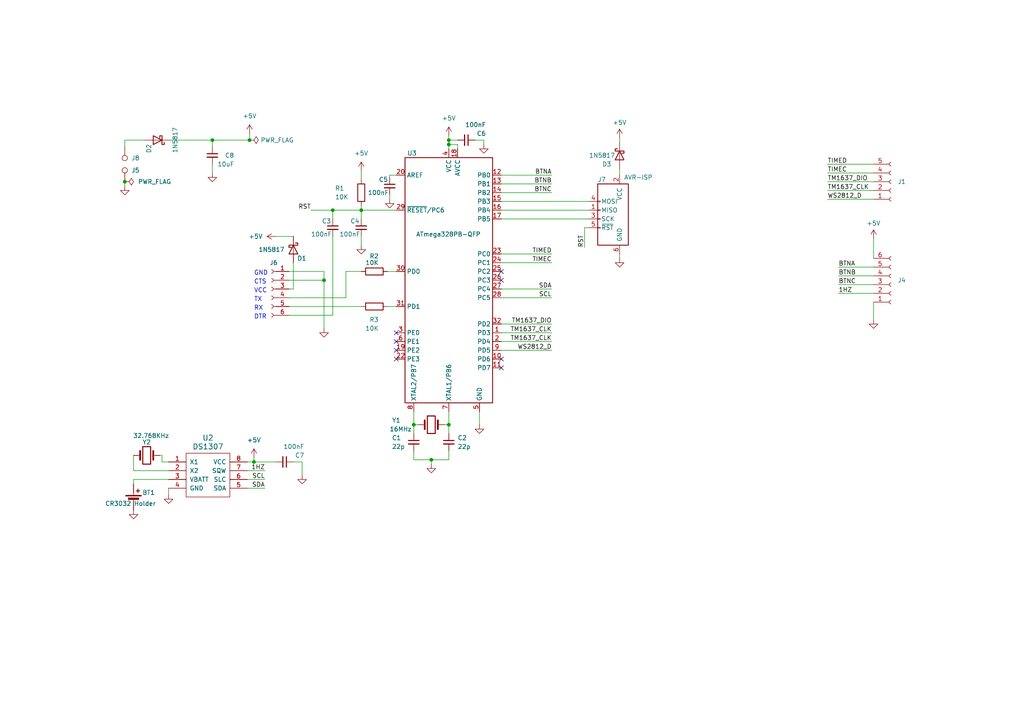
<source format=kicad_sch>
(kicad_sch (version 20230121) (generator eeschema)
  (paper "A4")
  (lib_symbols
    (symbol "ClockIt:1N5817" (pin_numbers hide) (pin_names (offset 1.016) hide)
      (property "Reference" "D" (at 0 2.54 0))
      (property "Value" "1N5817" (at 0 -2.54 0))
      (symbol "1N5817_0_1"
        (polyline (pts (xy 1.27 0) (xy -1.27 0)))
        (polyline (pts (xy 1.27 1.27) (xy 1.27 -1.27) (xy -1.27 0) (xy 1.27 1.27)) (stroke (width 0.254)))
        (polyline (pts (xy -1.905 0.635) (xy -1.905 1.27) (xy -1.27 1.27) (xy -1.27 -1.27) (xy -0.635 -1.27) (xy -0.635 -0.635)) (stroke (width 0.254)))
      )
      (symbol "1N5817_1_1"
        (pin passive line (at -3.81 0 0) (length 2.54) (name "K") (number "1"))
        (pin passive line (at 3.81 0 180) (length 2.54) (name "A") (number "2"))
      )
    )
    (symbol "ClockIt:ATmega328PB-QFP"
      (property "Reference" "U3" (at 2.1941 -38.1 0))
      (property "Value" "ATmega328PB-QFP" (at 2.1941 -40.64 0))
      (symbol "ATmega328PB-QFP_1_1"
        (rectangle (start -12.7 35.56) (end 12.7 -35.56) (stroke (width 0.254)))
        (pin bidirectional line (at 15.24 -15.24 180) (length 2.54) (name "PD3") (number "1"))
        (pin bidirectional line (at 15.24 -22.86 180) (length 2.54) (name "PD6") (number "10"))
        (pin bidirectional line (at 15.24 -25.4 180) (length 2.54) (name "PD7") (number "11"))
        (pin bidirectional line (at 15.24 30.48 180) (length 2.54) (name "PB0") (number "12"))
        (pin bidirectional line (at 15.24 27.94 180) (length 2.54) (name "PB1") (number "13"))
        (pin bidirectional line (at 15.24 25.4 180) (length 2.54) (name "PB2") (number "14"))
        (pin bidirectional line (at 15.24 22.86 180) (length 2.54) (name "PB3") (number "15"))
        (pin bidirectional line (at 15.24 20.32 180) (length 2.54) (name "PB4") (number "16"))
        (pin bidirectional line (at 15.24 17.78 180) (length 2.54) (name "PB5") (number "17"))
        (pin power_in line (at 2.54 38.1 270) (length 2.54) (name "AVCC") (number "18"))
        (pin bidirectional line (at -15.24 -20.32 0) (length 2.54) (name "PE2") (number "19"))
        (pin bidirectional line (at 15.24 -17.78 180) (length 2.54) (name "PD4") (number "2"))
        (pin passive line (at -15.24 30.48 0) (length 2.54) (name "AREF") (number "20"))
        (pin passive line (at 8.89 -38.1 90) (length 2.54) hide (name "GND") (number "21"))
        (pin bidirectional line (at -15.24 -22.86 0) (length 2.54) (name "PE3") (number "22"))
        (pin bidirectional line (at 15.24 7.62 180) (length 2.54) (name "PC0") (number "23"))
        (pin bidirectional line (at 15.24 5.08 180) (length 2.54) (name "PC1") (number "24"))
        (pin bidirectional line (at 15.24 2.54 180) (length 2.54) (name "PC2") (number "25"))
        (pin bidirectional line (at 15.24 0 180) (length 2.54) (name "PC3") (number "26"))
        (pin bidirectional line (at 15.24 -2.54 180) (length 2.54) (name "PC4") (number "27"))
        (pin bidirectional line (at 15.24 -5.08 180) (length 2.54) (name "PC5") (number "28"))
        (pin bidirectional line (at -15.24 20.32 0) (length 2.54) (name "~{RESET}/PC6") (number "29"))
        (pin bidirectional line (at -15.24 -15.24 0) (length 2.54) (name "PE0") (number "3"))
        (pin bidirectional line (at -15.24 2.54 0) (length 2.54) (name "PD0") (number "30"))
        (pin bidirectional line (at -15.24 -7.62 0) (length 2.54) (name "PD1") (number "31"))
        (pin bidirectional line (at 15.24 -12.7 180) (length 2.54) (name "PD2") (number "32"))
        (pin power_in line (at 0 38.1 270) (length 2.54) (name "VCC") (number "4"))
        (pin power_in line (at 8.89 -38.1 90) (length 2.54) (name "GND") (number "5"))
        (pin bidirectional line (at -15.24 -17.78 0) (length 2.54) (name "PE1") (number "6"))
        (pin bidirectional line (at 0 -38.1 90) (length 2.54) (name "XTAL1/PB6") (number "7"))
        (pin bidirectional line (at -10.16 -38.1 90) (length 2.54) (name "XTAL2/PB7") (number "8"))
        (pin bidirectional line (at 15.24 -20.32 180) (length 2.54) (name "PD5") (number "9"))
      )
    )
    (symbol "ClockIt:AVR-ISP-6" (pin_names (offset 1.016))
      (property "Reference" "J2" (at 7.62 11.43 0))
      (symbol "AVR-ISP-6_0_1"
        (rectangle (start 7.62 -2.413) (end 6.858 -2.667))
        (rectangle (start 7.62 0.127) (end 6.858 -0.127))
        (rectangle (start 7.62 2.667) (end 6.858 2.413))
        (rectangle (start 7.62 5.207) (end 6.858 4.953))
      )
      (symbol "AVR-ISP-6_1_1"
        (rectangle (start -1.27 10.16) (end 7.62 -7.62) (stroke (width 0.254)))
        (pin passive line (at 10.16 2.54 180) (length 2.54) (name "MISO") (number "1"))
        (pin passive line (at 1.27 12.7 270) (length 2.54) (name "VCC") (number "2"))
        (pin passive line (at 10.16 0 180) (length 2.54) (name "SCK") (number "3"))
        (pin passive line (at 10.16 5.08 180) (length 2.54) (name "MOSI") (number "4"))
        (pin passive line (at 10.16 -2.54 180) (length 2.54) (name "~{RST}") (number "5"))
        (pin passive line (at 1.27 -10.16 90) (length 2.54) (name "GND") (number "6"))
      )
    )
    (symbol "ClockIt:Battery_Cell" (pin_numbers hide) (pin_names (offset 0) hide)
      (property "Reference" "BT" (at 2.54 2.54 0))
      (property "Value" "Battery_Cell" (at 2.54 0 0))
      (symbol "Battery_Cell_0_1"
        (rectangle (start -2.286 1.778) (end 2.286 1.524) (fill (type outline)))
        (rectangle (start -1.524 1.016) (end 1.524 0.508) (fill (type outline)))
        (polyline (pts (xy 0 0.762) (xy 0 0)))
        (polyline (pts (xy 0 1.778) (xy 0 2.54)))
        (polyline (pts (xy 0.762 3.048) (xy 1.778 3.048)) (stroke (width 0.254)))
        (polyline (pts (xy 1.27 3.556) (xy 1.27 2.54)) (stroke (width 0.254)))
      )
      (symbol "Battery_Cell_1_1"
        (pin passive line (at 0 5.08 270) (length 2.54) (name "+") (number "1"))
        (pin passive line (at 0 -2.54 90) (length 2.54) (name "-") (number "2"))
      )
    )
    (symbol "ClockIt:C_Small" (pin_numbers hide) (pin_names (offset 0.254) hide)
      (property "Reference" "C" (at 0.254 1.778 0))
      (property "Value" "C_Small" (at 0.254 -2.032 0))
      (symbol "C_Small_0_1"
        (polyline (pts (xy -1.524 -0.508) (xy 1.524 -0.508)) (stroke (width 0.3302)))
        (polyline (pts (xy -1.524 0.508) (xy 1.524 0.508)) (stroke (width 0.3048)))
      )
      (symbol "C_Small_1_1"
        (pin passive line (at 0 2.54 270) (length 2.032) (name "~") (number "1"))
        (pin passive line (at 0 -2.54 90) (length 2.032) (name "~") (number "2"))
      )
    )
    (symbol "ClockIt:Conn_01x05_Socket_1" (pin_names (offset 1.016) hide)
      (property "Reference" "J1" (at -0.635 -10.16 0))
      (symbol "Conn_01x05_Socket_1_1_1"
        (arc (start 0 -7.112) (mid -0.5058 -7.62) (end 0 -8.128) (stroke (width 0.1524)))
        (arc (start 0 -4.572) (mid -0.5058 -5.08) (end 0 -5.588) (stroke (width 0.1524)))
        (arc (start 0 -2.032) (mid -0.5058 -2.54) (end 0 -3.048) (stroke (width 0.1524)))
        (polyline (pts (xy -1.27 -7.62) (xy -0.508 -7.62)) (stroke (width 0.1524)))
        (polyline (pts (xy -1.27 -5.08) (xy -0.508 -5.08)) (stroke (width 0.1524)))
        (polyline (pts (xy -1.27 -2.54) (xy -0.508 -2.54)) (stroke (width 0.1524)))
        (polyline (pts (xy -1.27 0) (xy -0.508 0)) (stroke (width 0.1524)))
        (polyline (pts (xy -1.27 2.54) (xy -0.508 2.54)) (stroke (width 0.1524)))
        (arc (start 0 0.508) (mid -0.5058 0) (end 0 -0.508) (stroke (width 0.1524)))
        (arc (start 0 3.048) (mid -0.5058 2.54) (end 0 2.032) (stroke (width 0.1524)))
        (pin passive line (at -5.08 -7.62 0) (length 3.81) (name "Pin_1") (number "1"))
        (pin passive line (at -5.08 -5.08 0) (length 3.81) (name "Pin_2") (number "2"))
        (pin passive line (at -5.08 -2.54 0) (length 3.81) (name "Pin_3") (number "3"))
        (pin passive line (at -5.08 0 0) (length 3.81) (name "Pin_4") (number "4"))
        (pin passive line (at -5.08 2.54 0) (length 3.81) (name "Pin_5") (number "5"))
      )
    )
    (symbol "ClockIt:Conn_01x06_Socket" (pin_names (offset 1.016) hide)
      (property "Reference" "J1" (at -0.635 -10.16 0))
      (symbol "Conn_01x06_Socket_1_1"
        (arc (start 0 -7.112) (mid -0.5058 -7.62) (end 0 -8.128) (stroke (width 0.1524)))
        (arc (start 0 -4.572) (mid -0.5058 -5.08) (end 0 -5.588) (stroke (width 0.1524)))
        (arc (start 0 -2.032) (mid -0.5058 -2.54) (end 0 -3.048) (stroke (width 0.1524)))
        (polyline (pts (xy -1.27 -7.62) (xy -0.508 -7.62)) (stroke (width 0.1524)))
        (polyline (pts (xy -1.27 -5.08) (xy -0.508 -5.08)) (stroke (width 0.1524)))
        (polyline (pts (xy -1.27 -2.54) (xy -0.508 -2.54)) (stroke (width 0.1524)))
        (polyline (pts (xy -1.27 0) (xy -0.508 0)) (stroke (width 0.1524)))
        (polyline (pts (xy -1.27 2.54) (xy -0.508 2.54)) (stroke (width 0.1524)))
        (polyline (pts (xy -1.27 5.08) (xy -0.508 5.08)) (stroke (width 0.1524)))
        (arc (start 0 0.508) (mid -0.5058 0) (end 0 -0.508) (stroke (width 0.1524)))
        (arc (start 0 3.048) (mid -0.5058 2.54) (end 0 2.032) (stroke (width 0.1524)))
        (arc (start 0 5.588) (mid -0.5058 5.08) (end 0 4.572) (stroke (width 0.1524)))
        (pin passive line (at -5.08 -7.62 0) (length 3.81) (name "Pin_1") (number "1"))
        (pin passive line (at -5.08 -5.08 0) (length 3.81) (name "Pin_2") (number "2"))
        (pin passive line (at -5.08 -2.54 0) (length 3.81) (name "Pin_3") (number "3"))
        (pin passive line (at -5.08 0 0) (length 3.81) (name "Pin_4") (number "4"))
        (pin passive line (at -5.08 2.54 0) (length 3.81) (name "Pin_5") (number "5"))
        (pin passive line (at -5.08 5.08 0) (length 3.81) (name "Pin_6") (number "6"))
      )
    )
    (symbol "ClockIt:Crystal" (pin_numbers hide) (pin_names (offset 1.016) hide)
      (property "Reference" "Y" (at 0 3.81 0))
      (property "Value" "Crystal" (at 0 -3.81 0))
      (symbol "Crystal_0_1"
        (rectangle (start -1.143 2.54) (end 1.143 -2.54) (stroke (width 0.3048)))
        (polyline (pts (xy -2.54 0) (xy -1.905 0)))
        (polyline (pts (xy -1.905 -1.27) (xy -1.905 1.27)) (stroke (width 0.508)))
        (polyline (pts (xy 1.905 -1.27) (xy 1.905 1.27)) (stroke (width 0.508)))
        (polyline (pts (xy 2.54 0) (xy 1.905 0)))
      )
      (symbol "Crystal_1_1"
        (pin passive line (at -3.81 0 0) (length 1.27) (name "1") (number "1"))
        (pin passive line (at 3.81 0 180) (length 1.27) (name "2") (number "2"))
      )
    )
    (symbol "ClockIt:DS1307" (pin_names (offset 1.016))
      (property "Reference" "U1" (at 0 10.795 0))
      (property "Value" "DS1307" (at 0 8.255 0))
      (symbol "DS1307_0_1"
        (polyline (pts (xy -6.35 6.35) (xy -6.35 -6.35) (xy 6.35 -6.35) (xy 6.35 6.35) (xy -6.35 6.35)))
      )
      (symbol "DS1307_1_1"
        (pin input line (at -11.43 3.81 0) (length 5.08) (name "X1") (number "1"))
        (pin input line (at -11.43 1.27 0) (length 5.08) (name "X2") (number "2"))
        (pin input line (at -11.43 -1.27 0) (length 5.08) (name "VBATT") (number "3"))
        (pin input line (at -11.43 -3.81 0) (length 5.08) (name "GND") (number "4"))
        (pin input line (at 11.43 -3.81 180) (length 5.08) (name "SDA") (number "5"))
        (pin input line (at 11.43 -1.27 180) (length 5.08) (name "SLC") (number "6"))
        (pin input line (at 11.43 1.27 180) (length 5.08) (name "SQW") (number "7"))
        (pin input line (at 11.43 3.81 180) (length 5.08) (name "VCC") (number "8"))
      )
    )
    (symbol "ClockIt:PowerPad" (pin_numbers hide) (pin_names (offset 0.762) hide)
      (property "Reference" "J" (at 0 6.858 0))
      (property "Value" "PowerPad" (at 0 5.08 0))
      (symbol "PowerPad_0_1"
        (circle (center 0 3.302) (radius 0.762))
      )
      (symbol "PowerPad_1_1"
        (pin passive line (at 0 0 90) (length 2.54) (name "1") (number "1"))
      )
    )
    (symbol "Device:R" (pin_numbers hide) (pin_names (offset 0))
      (property "Reference" "R" (at 2.032 0 90))
      (property "Value" "R" (at 0 0 90))
      (symbol "R_0_1"
        (rectangle (start -1.016 -2.54) (end 1.016 2.54) (stroke (width 0.254)))
      )
      (symbol "R_1_1"
        (pin passive line (at 0 3.81 270) (length 1.27) (name "~") (number "1"))
        (pin passive line (at 0 -3.81 90) (length 1.27) (name "~") (number "2"))
      )
    )
    (symbol "power:+5V" (power) (pin_names (offset 0))
      (property "Value" "+5V" (at 0 3.556 0))
      (symbol "+5V_0_1"
        (polyline (pts (xy -0.762 1.27) (xy 0 2.54)))
        (polyline (pts (xy 0 0) (xy 0 2.54)))
        (polyline (pts (xy 0 2.54) (xy 0.762 1.27)))
      )
      (symbol "+5V_1_1"
        (pin power_in line (at 0 0 90) (length 0) hide (name "+5V") (number "1"))
      )
    )
    (symbol "power:GND" (power) (pin_names (offset 0))
      (property "Value" "GND" (at 0 -3.81 0))
      (symbol "GND_0_1"
        (polyline (pts (xy 0 0) (xy 0 -1.27) (xy 1.27 -1.27) (xy 0 -2.54) (xy -1.27 -1.27) (xy 0 -1.27)))
      )
      (symbol "GND_1_1"
        (pin power_in line (at 0 0 270) (length 0) hide (name "GND") (number "1"))
      )
    )
    (symbol "power:PWR_FLAG" (power) (pin_numbers hide) (pin_names (offset 0) hide)
      (property "Value" "PWR_FLAG" (at 0 3.81 0))
      (symbol "PWR_FLAG_0_0"
        (pin power_out line (at 0 0 90) (length 0) (name "pwr") (number "1"))
      )
      (symbol "PWR_FLAG_0_1"
        (polyline (pts (xy 0 0) (xy 0 1.27) (xy -1.016 1.905) (xy 0 2.54) (xy 1.016 1.905) (xy 0 1.27)))
      )
    )
  )
  (junction (at 96.52 60.96))
  (junction (at 120.015 123.19))
  (junction (at 130.175 40.64))
  (junction (at 61.595 40.64))
  (junction (at 130.175 123.19))
  (junction (at 73.66 133.985))
  (junction (at 36.195 52.705))
  (junction (at 93.98 81.28))
  (junction (at 125.095 133.35))
  (junction (at 72.39 40.64))
  (junction (at 104.775 60.96))
  (junction (at 130.175 41.91))
  (no_connect (at 114.935 104.14))
  (no_connect (at 114.935 96.52))
  (no_connect (at 114.935 99.06))
  (no_connect (at 114.935 101.6))
  (no_connect (at 145.415 106.68))
  (no_connect (at 145.415 78.74))
  (no_connect (at 145.415 104.14))
  (no_connect (at 145.415 81.28))
  (wire (pts (xy 36.195 42.545) (xy 36.195 40.64)))
  (wire (pts (xy 49.53 40.64) (xy 61.595 40.64)))
  (wire (pts (xy 83.82 81.28) (xy 93.98 81.28)))
  (wire (pts (xy 130.175 40.64) (xy 132.715 40.64)))
  (wire (pts (xy 83.82 88.9) (xy 104.775 88.9)))
  (wire (pts (xy 132.715 41.91) (xy 130.175 41.91)))
  (wire (pts (xy 120.015 123.19) (xy 121.285 123.19)))
  (wire (pts (xy 61.595 40.64) (xy 61.595 42.545)))
  (wire (pts (xy 114.935 50.8) (xy 113.03 50.8)))
  (wire (pts (xy 130.175 123.19) (xy 130.175 125.73)))
  (wire (pts (xy 160.02 76.2) (xy 145.415 76.2)))
  (wire (pts (xy 130.175 39.37) (xy 130.175 40.64)))
  (wire (pts (xy 90.17 60.96) (xy 96.52 60.96)))
  (wire (pts (xy 145.415 101.6) (xy 160.02 101.6)))
  (wire (pts (xy 100.33 78.74) (xy 104.775 78.74)))
  (wire (pts (xy 253.365 69.215) (xy 253.365 74.93)))
  (wire (pts (xy 120.015 133.35) (xy 125.095 133.35)))
  (wire (pts (xy 145.415 58.42) (xy 170.815 58.42)))
  (wire (pts (xy 61.595 47.625) (xy 61.595 50.165)))
  (wire (pts (xy 83.82 78.74) (xy 93.98 78.74)))
  (wire (pts (xy 160.02 73.66) (xy 145.415 73.66)))
  (wire (pts (xy 85.09 83.82) (xy 83.82 83.82)))
  (wire (pts (xy 130.175 41.91) (xy 130.175 43.18)))
  (wire (pts (xy 120.015 119.38) (xy 120.015 123.19)))
  (wire (pts (xy 140.335 40.64) (xy 140.335 41.91)))
  (wire (pts (xy 139.065 119.38) (xy 139.065 123.19)))
  (wire (pts (xy 48.895 139.065) (xy 38.735 139.065)))
  (wire (pts (xy 46.355 132.08) (xy 46.99 132.08)))
  (wire (pts (xy 145.415 83.82) (xy 160.02 83.82)))
  (wire (pts (xy 85.09 133.985) (xy 87.63 133.985)))
  (wire (pts (xy 145.415 53.34) (xy 160.02 53.34)))
  (wire (pts (xy 61.595 40.64) (xy 72.39 40.64)))
  (wire (pts (xy 38.735 139.065) (xy 38.735 140.335)))
  (wire (pts (xy 128.905 123.19) (xy 130.175 123.19)))
  (wire (pts (xy 125.095 133.35) (xy 125.095 134.62)))
  (wire (pts (xy 253.365 55.245) (xy 240.03 55.245)))
  (wire (pts (xy 73.66 133.985) (xy 80.01 133.985)))
  (wire (pts (xy 36.195 52.705) (xy 36.195 53.975)))
  (wire (pts (xy 145.415 55.88) (xy 160.02 55.88)))
  (wire (pts (xy 112.395 78.74) (xy 114.935 78.74)))
  (wire (pts (xy 85.09 83.82) (xy 85.09 76.2)))
  (wire (pts (xy 104.775 49.53) (xy 104.775 52.07)))
  (wire (pts (xy 112.395 88.9) (xy 114.935 88.9)))
  (wire (pts (xy 71.755 133.985) (xy 73.66 133.985)))
  (wire (pts (xy 169.545 71.755) (xy 169.545 66.04)))
  (wire (pts (xy 48.895 141.605) (xy 48.895 143.51)))
  (wire (pts (xy 145.415 86.36) (xy 160.02 86.36)))
  (wire (pts (xy 96.52 63.5) (xy 96.52 60.96)))
  (wire (pts (xy 132.715 43.18) (xy 132.715 41.91)))
  (wire (pts (xy 253.365 85.09) (xy 243.205 85.09)))
  (wire (pts (xy 93.98 81.28) (xy 93.98 95.25)))
  (wire (pts (xy 130.175 40.64) (xy 130.175 41.91)))
  (wire (pts (xy 145.415 96.52) (xy 160.02 96.52)))
  (wire (pts (xy 253.365 77.47) (xy 243.205 77.47)))
  (wire (pts (xy 83.82 91.44) (xy 96.52 91.44)))
  (wire (pts (xy 253.365 57.785) (xy 240.03 57.785)))
  (wire (pts (xy 83.82 86.36) (xy 100.33 86.36)))
  (wire (pts (xy 93.98 78.74) (xy 93.98 81.28)))
  (wire (pts (xy 87.63 133.985) (xy 87.63 137.795)))
  (wire (pts (xy 96.52 68.58) (xy 96.52 91.44)))
  (wire (pts (xy 80.01 68.58) (xy 85.09 68.58)))
  (wire (pts (xy 145.415 60.96) (xy 170.815 60.96)))
  (wire (pts (xy 104.775 60.96) (xy 114.935 60.96)))
  (wire (pts (xy 120.015 123.19) (xy 120.015 125.73)))
  (wire (pts (xy 120.015 133.35) (xy 120.015 130.81)))
  (wire (pts (xy 72.39 38.735) (xy 72.39 40.64)))
  (wire (pts (xy 137.795 40.64) (xy 140.335 40.64)))
  (wire (pts (xy 46.99 133.985) (xy 48.895 133.985)))
  (wire (pts (xy 145.415 63.5) (xy 170.815 63.5)))
  (wire (pts (xy 96.52 60.96) (xy 104.775 60.96)))
  (wire (pts (xy 169.545 66.04) (xy 170.815 66.04)))
  (wire (pts (xy 240.03 47.625) (xy 253.365 47.625)))
  (wire (pts (xy 76.835 139.065) (xy 71.755 139.065)))
  (wire (pts (xy 253.365 52.705) (xy 240.03 52.705)))
  (wire (pts (xy 145.415 50.8) (xy 160.02 50.8)))
  (wire (pts (xy 179.705 48.895) (xy 179.705 50.8)))
  (wire (pts (xy 36.195 40.64) (xy 41.91 40.64)))
  (wire (pts (xy 253.365 87.63) (xy 253.365 92.71)))
  (wire (pts (xy 73.66 133.985) (xy 73.66 132.715)))
  (wire (pts (xy 253.365 82.55) (xy 243.205 82.55)))
  (wire (pts (xy 100.33 86.36) (xy 100.33 78.74)))
  (wire (pts (xy 145.415 93.98) (xy 160.02 93.98)))
  (wire (pts (xy 104.775 59.69) (xy 104.775 60.96)))
  (wire (pts (xy 253.365 80.01) (xy 243.205 80.01)))
  (wire (pts (xy 76.835 136.525) (xy 71.755 136.525)))
  (wire (pts (xy 240.03 50.165) (xy 253.365 50.165)))
  (wire (pts (xy 46.99 132.08) (xy 46.99 133.985)))
  (wire (pts (xy 179.705 40.005) (xy 179.705 41.275)))
  (wire (pts (xy 113.03 50.8) (xy 113.03 51.435)))
  (wire (pts (xy 145.415 99.06) (xy 160.02 99.06)))
  (wire (pts (xy 38.735 136.525) (xy 38.735 132.08)))
  (wire (pts (xy 104.775 68.58) (xy 104.775 71.12)))
  (wire (pts (xy 125.095 133.35) (xy 130.175 133.35)))
  (wire (pts (xy 130.175 119.38) (xy 130.175 123.19)))
  (wire (pts (xy 113.03 56.515) (xy 113.03 57.785)))
  (wire (pts (xy 104.775 63.5) (xy 104.775 60.96)))
  (wire (pts (xy 130.175 133.35) (xy 130.175 130.81)))
  (wire (pts (xy 76.835 141.605) (xy 71.755 141.605)))
  (wire (pts (xy 48.895 136.525) (xy 38.735 136.525)))
  (wire (pts (xy 179.705 73.66) (xy 179.705 74.93)))
  (text "RX" (at 73.66 90.17 0) (effects (font (size 1.27 1.27)) (justify left bottom)))
  (text "DTR" (at 73.66 92.71 0) (effects (font (size 1.27 1.27)) (justify left bottom)))
  (text "GND" (at 73.66 80.01 0) (effects (font (size 1.27 1.27)) (justify left bottom)))
  (text "VCC" (at 73.66 85.09 0) (effects (font (size 1.27 1.27)) (justify left bottom)))
  (text "TX" (at 73.66 87.63 0) (effects (font (size 1.27 1.27)) (justify left bottom)))
  (text "CTS" (at 73.66 82.55 0) (effects (font (size 1.27 1.27)) (justify left bottom)))
  (label "TM1637_CLK" (at 160.02 96.52 180))
  (label "TIMED" (at 160.02 73.66 180))
  (label "TIMED" (at 240.03 47.625 0))
  (label "RST" (at 90.17 60.96 180))
  (label "TM1637_DIO" (at 240.03 52.705 0))
  (label "TM1637_CLK" (at 160.02 99.06 180))
  (label "RST" (at 169.545 71.755 90))
  (label "TM1637_CLK" (at 240.03 55.245 0))
  (label "SDA" (at 76.835 141.605 180))
  (label "BTNC" (at 243.205 82.55 0))
  (label "SDA" (at 160.02 83.82 180))
  (label "TIMEC" (at 160.02 76.2 180))
  (label "BTNA" (at 160.02 50.8 180))
  (label "SCL" (at 160.02 86.36 180))
  (label "TIMEC" (at 240.03 50.165 0))
  (label "TM1637_DIO" (at 160.02 93.98 180))
  (label "BTNB" (at 160.02 53.34 180))
  (label "1HZ" (at 76.835 136.525 180))
  (label "1HZ" (at 243.205 85.09 0))
  (label "BTNB" (at 243.205 80.01 0))
  (label "WS2812_D" (at 240.03 57.785 0))
  (label "WS2812_D" (at 160.02 101.6 180))
  (label "SCL" (at 76.835 139.065 180))
  (label "BTNA" (at 243.205 77.47 0))
  (label "BTNC" (at 160.02 55.88 180))
  (symbol (lib_id "power:GND") (at 36.195 53.975 0) (unit 1)
    (property "Reference" "#PWR017" (effects hide))
    (property "Value" "GND" (effects hide))
  )
  (symbol (lib_id "power:+5V") (at 72.39 38.735 0) (unit 1)
    (property "Reference" "#PWR018" (effects hide))
    (property "Value" "+5V" (at 72.39 33.655 0))
  )
  (symbol (lib_id "power:+5V") (at 80.01 68.58 90) (unit 1)
    (property "Reference" "#PWR05" (effects hide))
    (property "Value" "+5V" (at 76.2 68.58 90) (effects (justify left)))
  )
  (symbol (lib_id "power:GND") (at 104.775 71.12 0) (unit 1)
    (property "Reference" "#PWR08" (effects hide))
    (property "Value" "GND" (effects hide))
  )
  (symbol (lib_id "ClockIt:Battery_Cell") (at 38.735 145.415 0) (unit 1)
    (property "Reference" "BT1" (at 41.275 142.875 0) (effects (justify left)))
    (property "Value" "CR3032 Holder" (at 30.48 146.05 0) (effects (justify left)))
    (property "Footprint" "ClockIt:CR2032 Holder" (effects hide))
    (property "Buy" "https://www.aliexpress.com/item/1005004660807727.html?spm=a2g0o.productlist.main.3.5246HApeHApeWB&algo_pvid=0ba51ece-a9bb-4de8-be75-c1e5337e6a1c&algo_exp_id=0ba51ece-a9bb-4de8-be75-c1e5337e6a1c-1&pdp_npi=4%40dis%21EUR%211.70%211.7%21%21%211.76%21%21%40211b600216970418084195939eaba4%2112000030016612364%21sea%21PL%212225465097%21&curPageLogUid=ohHIYwya9AUz" (effects hide))
    (property "Price" "0.170" (effects hide))
  )
  (symbol (lib_id "ClockIt:PowerPad") (at 36.195 52.705 0) (unit 1)
    (property "Reference" "J5" (at 38.1 49.403 0) (effects (justify left)))
    (property "Value" "PowerPad" (effects hide))
    (property "Footprint" "ClockIt:Power Pin" (effects hide))
  )
  (symbol (lib_id "power:+5V") (at 104.775 49.53 0) (unit 1)
    (property "Reference" "#PWR07" (effects hide))
    (property "Value" "+5V" (at 104.775 44.45 0))
  )
  (symbol (lib_id "power:PWR_FLAG") (at 36.195 52.705 270) (unit 1)
    (property "Reference" "#FLG02" (effects hide))
    (property "Value" "PWR_FLAG" (at 40.005 52.705 90) (effects (justify left)))
  )
  (symbol (lib_id "power:GND") (at 139.065 123.19 0) (unit 1)
    (property "Reference" "#PWR04" (effects hide))
    (property "Value" "GND" (effects hide))
  )
  (symbol (lib_id "power:GND") (at 93.98 95.25 0) (unit 1)
    (property "Reference" "#PWR06" (effects hide))
    (property "Value" "GND" (effects hide))
  )
  (symbol (lib_id "power:GND") (at 87.63 137.795 0) (unit 1)
    (property "Reference" "#PWR019" (effects hide))
    (property "Value" "GND" (effects hide))
  )
  (symbol (lib_id "power:GND") (at 61.595 50.165 0) (unit 1)
    (property "Reference" "#PWR020" (effects hide))
    (property "Value" "GND" (effects hide))
  )
  (symbol (lib_id "power:GND") (at 140.335 41.91 0) (unit 1)
    (property "Reference" "#PWR013" (effects hide))
    (property "Value" "GND" (effects hide))
  )
  (symbol (lib_id "ClockIt:Conn_01x06_Socket") (at 258.445 80.01 0) (unit 1)
    (property "Reference" "J4" (at 260.35 81.28 0) (effects (justify left)))
    (property "Value" "Pin 1x6" (effects hide))
    (property "Footprint" "ClockIt:PIN 1x06" (effects hide))
  )
  (symbol (lib_id "power:+5V") (at 130.175 39.37 0) (unit 1)
    (property "Reference" "#PWR012" (effects hide))
    (property "Value" "+5V" (at 130.175 34.29 0))
  )
  (symbol (lib_id "ClockIt:ATmega328PB-QFP") (at 130.175 81.28 0) (unit 1)
    (property "Reference" "U3" (at 118.11 44.45 0) (effects (justify left)))
    (property "Value" "ATmega328PB-QFP" (at 120.65 67.945 0) (effects (justify left)))
    (property "Footprint" "ClockIt:TQFP-32" (effects hide))
    (property "Datasheet" "http://ww1.microchip.com/downloads/en/DeviceDoc/40001906C.pdf" (effects hide))
  )
  (symbol (lib_id "power:GND") (at 48.895 143.51 0) (unit 1)
    (property "Reference" "#PWR015" (effects hide))
    (property "Value" "GND" (effects hide))
  )
  (symbol (lib_id "ClockIt:C_Small") (at 104.775 66.04 0) (unit 1)
    (property "Reference" "C4" (at 101.6 64.135 0) (effects (justify left)))
    (property "Value" "100nF" (at 98.425 67.945 0) (effects (justify left)))
    (property "Footprint" "ClockIt:C_0805" (effects hide))
    (property "Buy" "https://www.aliexpress.com/item/1005003580268418.html?spm=a2g0o.order_list.order_list_main.126.286e1802OXD0oC" (effects hide))
    (property "Price" "0.017" (effects hide))
  )
  (symbol (lib_id "power:+5V") (at 179.705 40.005 0) (mirror y) (unit 1)
    (property "Reference" "#PWR010" (effects hide))
    (property "Value" "+5V" (at 179.705 35.56 0))
  )
  (symbol (lib_id "power:GND") (at 113.03 57.785 0) (unit 1)
    (property "Reference" "#PWR09" (effects hide))
    (property "Value" "GND" (effects hide))
  )
  (symbol (lib_id "ClockIt:DS1307") (at 60.325 137.795 0) (unit 1)
    (property "Reference" "U2" (at 60.325 127 0) (effects (font (size 1.524 1.524))))
    (property "Value" "DS1307" (at 60.325 129.54 0) (effects (font (size 1.524 1.524))))
    (property "Footprint" "ClockIt:SOIC-8" (effects hide))
  )
  (symbol (lib_id "ClockIt:1N5817") (at 85.09 72.39 270) (unit 1)
    (property "Reference" "D1" (at 88.9 74.93 90) (effects (justify right)))
    (property "Value" "1N5817" (at 82.55 72.39 90) (effects (justify right)))
    (property "Footprint" "ClockIt:D_2010" (effects hide))
    (property "Datasheet" "http://www.vishay.com/docs/88525/1n5817.pdf" (effects hide))
    (property "Buy" "https://www.aliexpress.com/item/1005001552094086.html?spm=a2g0o.productlist.main.1.2e94WwbYWwbY5g&algo_pvid=c0be6ba8-0814-418b-8f57-5b462f90716d&algo_exp_id=c0be6ba8-0814-418b-8f57-5b462f90716d-0&pdp_npi=4%40dis%21EUR%210.32%210.32%21%21%210.33%21%21%40211b815c16974702438423181e37e4%2112000016564939110%21sea%21PL%212225465097%21&curPageLogUid=UOM2CuyYhq8v" (effects hide))
    (property "Price" "0.015" (effects hide))
  )
  (symbol (lib_id "ClockIt:AVR-ISP-6") (at 180.975 63.5 0) (mirror y) (unit 1)
    (property "Reference" "J7" (at 173.355 52.07 0) (effects (justify right)))
    (property "Value" "AVR-ISP" (at 180.975 51.435 0) (effects (justify right)))
    (property "Footprint" "ClockIt:PIN 2x03" (effects hide))
    (property "Datasheet" " ~" (effects hide))
    (property "Buy" "N/A" (effects hide))
    (property "Price" "0.000" (effects hide))
  )
  (symbol (lib_id "ClockIt:C_Small") (at 96.52 66.04 0) (unit 1)
    (property "Reference" "C3" (at 93.345 64.135 0) (effects (justify left)))
    (property "Value" "100nF" (at 90.17 67.945 0) (effects (justify left)))
    (property "Footprint" "ClockIt:C_0805" (effects hide))
    (property "Buy" "https://www.aliexpress.com/item/1005003580268418.html?spm=a2g0o.order_list.order_list_main.126.286e1802OXD0oC" (effects hide))
    (property "Price" "0.017" (effects hide))
  )
  (symbol (lib_id "ClockIt:C_Small") (at 113.03 53.975 0) (unit 1)
    (property "Reference" "C5" (at 109.855 52.07 0) (effects (justify left)))
    (property "Value" "100nF" (at 106.68 55.88 0) (effects (justify left)))
    (property "Footprint" "ClockIt:C_0805" (effects hide))
    (property "Buy" "https://www.aliexpress.com/item/1005003580268418.html?spm=a2g0o.order_list.order_list_main.126.286e1802OXD0oC" (effects hide))
    (property "Price" "0.017" (effects hide))
  )
  (symbol (lib_id "ClockIt:Crystal") (at 125.095 123.19 0) (unit 1)
    (property "Reference" "Y1" (at 114.935 121.92 0))
    (property "Value" "16MHz" (at 116.205 124.46 0))
    (property "Footprint" "ClockIt:Crystal Vertical" (effects hide))
    (property "Buy" "N/A included in U1" (effects hide))
    (property "Price" "0.000" (effects hide))
  )
  (symbol (lib_id "ClockIt:PowerPad") (at 36.195 42.545 180) (unit 1)
    (property "Reference" "J8" (at 38.1 45.847 0) (effects (justify right)))
    (property "Value" "PowerPad" (effects hide))
    (property "Footprint" "ClockIt:Power Pin" (effects hide))
  )
  (symbol (lib_id "Device:R") (at 104.775 55.88 0) (unit 1)
    (property "Reference" "R1" (at 97.155 54.61 0) (effects (justify left)))
    (property "Value" "10K" (at 97.155 57.15 0) (effects (justify left)))
    (property "Footprint" "ClockIt:R_0805" (effects hide))
    (property "Buy" "https://www.aliexpress.com/item/1005003818444423.html?spm=a2g0o.productlist.main.1.6d56EDHrEDHr2P&algo_pvid=357d64a0-120e-4340-a183-98d2095af111&algo_exp_id=357d64a0-120e-4340-a183-98d2095af111-0&pdp_npi=4%40dis%21EUR%210.55%210.54%21%21%210.57%21%21%40211b600816974714404044325ef6be%2112000027264600100%21sea%21PL%212225465097%21&curPageLogUid=iEFhF20LK1RB" (effects hide))
    (property "Price" "0.005" (effects hide))
  )
  (symbol (lib_id "Device:R") (at 108.585 88.9 90) (unit 1)
    (property "Reference" "R3" (at 109.855 92.71 90) (effects (justify left)))
    (property "Value" "10K" (at 109.855 95.25 90) (effects (justify left)))
    (property "Footprint" "ClockIt:R_0805" (effects hide))
    (property "Buy" "https://www.aliexpress.com/item/1005003818444423.html?spm=a2g0o.productlist.main.1.6d56EDHrEDHr2P&algo_pvid=357d64a0-120e-4340-a183-98d2095af111&algo_exp_id=357d64a0-120e-4340-a183-98d2095af111-0&pdp_npi=4%40dis%21EUR%210.55%210.54%21%21%210.57%21%21%40211b600816974714404044325ef6be%2112000027264600100%21sea%21PL%212225465097%21&curPageLogUid=iEFhF20LK1RB" (effects hide))
    (property "Price" "0.005" (effects hide))
  )
  (symbol (lib_id "ClockIt:1N5817") (at 45.72 40.64 180) (unit 1)
    (property "Reference" "D2" (at 43.18 44.45 90) (effects (justify right)))
    (property "Value" "1N5817" (at 50.8 44.45 90) (effects (justify right)))
    (property "Footprint" "ClockIt:D_2010" (effects hide))
    (property "Datasheet" "http://www.vishay.com/docs/88525/1n5817.pdf" (effects hide))
    (property "Buy" "https://www.aliexpress.com/item/1005001552094086.html?spm=a2g0o.productlist.main.1.2e94WwbYWwbY5g&algo_pvid=c0be6ba8-0814-418b-8f57-5b462f90716d&algo_exp_id=c0be6ba8-0814-418b-8f57-5b462f90716d-0&pdp_npi=4%40dis%21EUR%210.32%210.32%21%21%210.33%21%21%40211b815c16974702438423181e37e4%2112000016564939110%21sea%21PL%212225465097%21&curPageLogUid=UOM2CuyYhq8v" (effects hide))
    (property "Price" "0.015" (effects hide))
  )
  (symbol (lib_id "ClockIt:Conn_01x05_Socket_1") (at 258.445 50.165 0) (unit 1)
    (property "Reference" "J1" (at 260.35 52.705 0) (effects (justify left)))
    (property "Value" "Pin 1x5" (effects hide))
    (property "Footprint" "ClockIt:PIN 1x05" (effects hide))
  )
  (symbol (lib_id "ClockIt:Crystal") (at 42.545 132.08 0) (mirror y) (unit 1)
    (property "Reference" "Y2" (at 42.545 128.27 0))
    (property "Value" "32.768KHz" (at 43.815 126.365 0))
    (property "Footprint" "ClockIt:Crystal Horizontal" (effects hide))
    (property "Buy" "https://www.aliexpress.com/item/4000151983035.html?spm=a2g0o.productlist.main.1.3a572efe5nZ5fM&algo_pvid=648e8b1b-2eb2-42ed-b02b-9daf57866274&algo_exp_id=648e8b1b-2eb2-42ed-b02b-9daf57866274-0&pdp_npi=4%40dis%21EUR%211.12%211.12%21%21%211.16%21%21%40211b612816979076879844587e1818%2110000000469217135%21sea%21PL%212225465097%21&curPageLogUid=7T1Sv8MVyce2" (effects hide))
    (property "Price" "0.056" (effects hide))
  )
  (symbol (lib_id "power:+5V") (at 253.365 69.215 0) (unit 1)
    (property "Reference" "#PWR01" (effects hide))
    (property "Value" "+5V" (at 253.365 64.77 0))
  )
  (symbol (lib_id "power:GND") (at 125.095 134.62 0) (unit 1)
    (property "Reference" "#PWR03" (effects hide))
    (property "Value" "GND" (effects hide))
  )
  (symbol (lib_id "power:+5V") (at 73.66 132.715 0) (unit 1)
    (property "Reference" "#PWR016" (effects hide))
    (property "Value" "+5V" (at 73.66 127.635 0))
  )
  (symbol (lib_id "Device:R") (at 108.585 78.74 90) (unit 1)
    (property "Reference" "R2" (at 109.855 74.295 90) (effects (justify left)))
    (property "Value" "10K" (at 109.855 76.2 90) (effects (justify left)))
    (property "Footprint" "ClockIt:R_0805" (effects hide))
    (property "Buy" "https://www.aliexpress.com/item/1005003818444423.html?spm=a2g0o.productlist.main.1.6d56EDHrEDHr2P&algo_pvid=357d64a0-120e-4340-a183-98d2095af111&algo_exp_id=357d64a0-120e-4340-a183-98d2095af111-0&pdp_npi=4%40dis%21EUR%210.55%210.54%21%21%210.57%21%21%40211b600816974714404044325ef6be%2112000027264600100%21sea%21PL%212225465097%21&curPageLogUid=iEFhF20LK1RB" (effects hide))
    (property "Price" "0.005" (effects hide))
  )
  (symbol (lib_id "ClockIt:C_Small") (at 82.55 133.985 270) (unit 1)
    (property "Reference" "C7" (at 88.265 132.08 90) (effects (justify right)))
    (property "Value" "100nF" (at 88.265 129.54 90) (effects (justify right)))
    (property "Footprint" "ClockIt:C_0805" (effects hide))
    (property "Buy" "https://www.aliexpress.com/item/1005003580268418.html?spm=a2g0o.order_list.order_list_main.126.286e1802OXD0oC" (effects hide))
    (property "Price" "0.017" (effects hide))
  )
  (symbol (lib_id "ClockIt:Conn_01x06_Socket") (at 78.74 86.36 180) (unit 1)
    (property "Reference" "J6" (at 79.375 76.2 0))
    (property "Value" "Pin 1x6" (effects hide))
    (property "Footprint" "ClockIt:PIN 1x06" (effects hide))
    (property "Buy" "N/A" (effects hide))
    (property "Price" "0.000" (effects hide))
  )
  (symbol (lib_id "power:PWR_FLAG") (at 72.39 40.64 270) (unit 1)
    (property "Reference" "#FLG01" (effects hide))
    (property "Value" "PWR_FLAG" (at 75.565 40.64 90) (effects (justify left)))
  )
  (symbol (lib_id "ClockIt:C_Small") (at 130.175 128.27 0) (unit 1)
    (property "Reference" "C2" (at 132.715 127.0063 0) (effects (justify left)))
    (property "Value" "22p" (at 132.715 129.5463 0) (effects (justify left)))
    (property "Footprint" "ClockIt:C_0805" (effects hide))
    (property "Buy" "N/A Included in U1" (effects hide))
    (property "Price" "0.000" (effects hide))
  )
  (symbol (lib_id "power:GND") (at 38.735 147.955 0) (unit 1)
    (property "Reference" "#PWR014" (effects hide))
    (property "Value" "GND" (effects hide))
  )
  (symbol (lib_id "ClockIt:C_Small") (at 120.015 128.27 0) (unit 1)
    (property "Reference" "C1" (at 113.665 127 0) (effects (justify left)))
    (property "Value" "22p" (at 113.665 129.54 0) (effects (justify left)))
    (property "Footprint" "ClockIt:C_0805" (effects hide))
    (property "Buy" "N/A Included in U1" (effects hide))
    (property "Price" "0.000" (effects hide))
  )
  (symbol (lib_id "power:GND") (at 253.365 92.71 0) (unit 1)
    (property "Reference" "#PWR02" (effects hide))
    (property "Value" "GND" (effects hide))
  )
  (symbol (lib_id "ClockIt:1N5817") (at 179.705 45.085 90) (mirror x) (unit 1)
    (property "Reference" "D3" (at 174.625 47.625 90) (effects (justify right)))
    (property "Value" "1N5817" (at 170.815 45.085 90) (effects (justify right)))
    (property "Footprint" "ClockIt:D_2010" (effects hide))
    (property "Datasheet" "http://www.vishay.com/docs/88525/1n5817.pdf" (effects hide))
    (property "Buy" "https://www.aliexpress.com/item/1005001552094086.html?spm=a2g0o.productlist.main.1.2e94WwbYWwbY5g&algo_pvid=c0be6ba8-0814-418b-8f57-5b462f90716d&algo_exp_id=c0be6ba8-0814-418b-8f57-5b462f90716d-0&pdp_npi=4%40dis%21EUR%210.32%210.32%21%21%210.33%21%21%40211b815c16974702438423181e37e4%2112000016564939110%21sea%21PL%212225465097%21&curPageLogUid=UOM2CuyYhq8v" (effects hide))
    (property "Price" "0.015" (effects hide))
  )
  (symbol (lib_id "ClockIt:C_Small") (at 61.595 45.085 0) (unit 1)
    (property "Reference" "C8" (at 67.945 45.085 0) (effects (justify right)))
    (property "Value" "10uF" (at 67.945 47.625 0) (effects (justify right)))
    (property "Footprint" "ClockIt:C_1206" (effects hide))
    (property "Buy" "https://www.aliexpress.com/item/1005003580268418.html?spm=a2g0o.order_list.order_list_main.126.286e1802OXD0oC" (effects hide))
    (property "Price" "0.017" (effects hide))
  )
  (symbol (lib_id "ClockIt:C_Small") (at 135.255 40.64 270) (unit 1)
    (property "Reference" "C6" (at 140.97 38.735 90) (effects (justify right)))
    (property "Value" "100nF" (at 140.97 36.195 90) (effects (justify right)))
    (property "Footprint" "ClockIt:C_0805" (effects hide))
    (property "Buy" "https://www.aliexpress.com/item/1005003580268418.html?spm=a2g0o.order_list.order_list_main.126.286e1802OXD0oC" (effects hide))
    (property "Price" "0.017" (effects hide))
  )
  (symbol (lib_id "power:GND") (at 179.705 74.93 0) (mirror y) (unit 1)
    (property "Reference" "#PWR011" (effects hide))
    (property "Value" "GND" (effects hide))
  )
)
</source>
